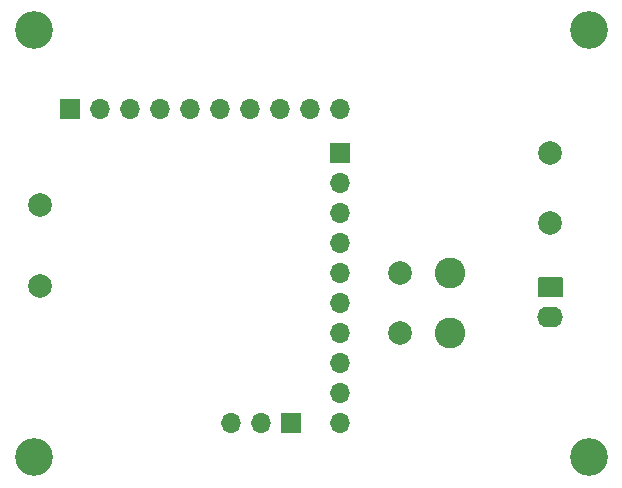
<source format=gbr>
G04 #@! TF.GenerationSoftware,KiCad,Pcbnew,(5.1.10-0-10_14)*
G04 #@! TF.CreationDate,2021-07-29T18:16:50+02:00*
G04 #@! TF.ProjectId,quasimodo,71756173-696d-46f6-946f-2e6b69636164,rev?*
G04 #@! TF.SameCoordinates,Original*
G04 #@! TF.FileFunction,Soldermask,Bot*
G04 #@! TF.FilePolarity,Negative*
%FSLAX46Y46*%
G04 Gerber Fmt 4.6, Leading zero omitted, Abs format (unit mm)*
G04 Created by KiCad (PCBNEW (5.1.10-0-10_14)) date 2021-07-29 18:16:50*
%MOMM*%
%LPD*%
G01*
G04 APERTURE LIST*
%ADD10C,2.600000*%
%ADD11C,2.000000*%
%ADD12O,2.190000X1.740000*%
%ADD13O,1.700000X1.700000*%
%ADD14R,1.700000X1.700000*%
%ADD15C,3.200000*%
G04 APERTURE END LIST*
D10*
X153987500Y-108204000D03*
X153987500Y-103124000D03*
D11*
X149796500Y-108204000D03*
X149796500Y-103124000D03*
D12*
X162496500Y-106870500D03*
G36*
G01*
X161651499Y-103460500D02*
X163341501Y-103460500D01*
G75*
G02*
X163591500Y-103710499I0J-249999D01*
G01*
X163591500Y-104950501D01*
G75*
G02*
X163341501Y-105200500I-249999J0D01*
G01*
X161651499Y-105200500D01*
G75*
G02*
X161401500Y-104950501I0J249999D01*
G01*
X161401500Y-103710499D01*
G75*
G02*
X161651499Y-103460500I249999J0D01*
G01*
G37*
D11*
X162496500Y-98933000D03*
X162496500Y-92964000D03*
D13*
X135445500Y-115824000D03*
X137985500Y-115824000D03*
D14*
X140525500Y-115824000D03*
D13*
X144716500Y-115824000D03*
X144716500Y-113284000D03*
X144716500Y-110744000D03*
X144716500Y-108204000D03*
X144716500Y-105664000D03*
X144716500Y-103124000D03*
X144716500Y-100584000D03*
X144716500Y-98044000D03*
X144716500Y-95504000D03*
D14*
X144716500Y-92964000D03*
D13*
X144653000Y-89281000D03*
X142113000Y-89281000D03*
X139573000Y-89281000D03*
X137033000Y-89281000D03*
X134493000Y-89281000D03*
X131953000Y-89281000D03*
X129413000Y-89281000D03*
X126873000Y-89281000D03*
X124333000Y-89281000D03*
D14*
X121793000Y-89281000D03*
D11*
X119253000Y-104267000D03*
X119253000Y-97345500D03*
D15*
X118745000Y-118745000D03*
X165735000Y-118745000D03*
X165735000Y-82550000D03*
X118745000Y-82550000D03*
M02*

</source>
